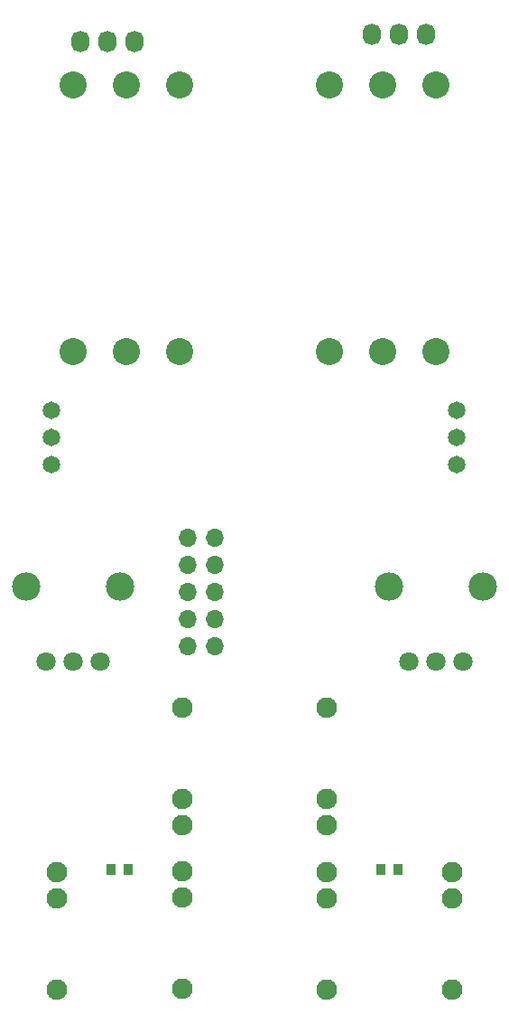
<source format=gbr>
G04 #@! TF.GenerationSoftware,KiCad,Pcbnew,(5.1.4-0-10_14)*
G04 #@! TF.CreationDate,2019-08-29T11:55:18-07:00*
G04 #@! TF.ProjectId,pcb-dualdrum-dev1,7063622d-6475-4616-9c64-72756d2d6465,rev?*
G04 #@! TF.SameCoordinates,Original*
G04 #@! TF.FileFunction,Soldermask,Bot*
G04 #@! TF.FilePolarity,Negative*
%FSLAX46Y46*%
G04 Gerber Fmt 4.6, Leading zero omitted, Abs format (unit mm)*
G04 Created by KiCad (PCBNEW (5.1.4-0-10_14)) date 2019-08-29 11:55:18*
%MOMM*%
%LPD*%
G04 APERTURE LIST*
%ADD10O,1.700000X1.700000*%
%ADD11O,1.727200X2.032000*%
%ADD12C,1.651000*%
%ADD13C,1.803400*%
%ADD14C,2.667000*%
%ADD15C,2.540000*%
%ADD16C,1.930400*%
%ADD17R,0.820000X1.000000*%
G04 APERTURE END LIST*
D10*
X17758180Y44592700D03*
X20298180Y44592700D03*
X17758180Y42052700D03*
X20298180Y42052700D03*
X17758180Y39512700D03*
X20298180Y39512700D03*
X17758180Y36972700D03*
X20298180Y36972700D03*
X17758180Y34432700D03*
X20298180Y34432700D03*
D11*
X12796580Y91095500D03*
X10256580Y91095500D03*
X7716580Y91095500D03*
X40081180Y91715660D03*
X37541180Y91715660D03*
X35001180Y91715660D03*
D12*
X5005080Y56540000D03*
X5005080Y54000000D03*
X5005080Y51460000D03*
X43005080Y56540000D03*
X43005080Y54000000D03*
X43005080Y51460000D03*
D13*
X4464917Y32987757D03*
X7004917Y32987757D03*
X9544917Y32987757D03*
D14*
X11399117Y39998157D03*
X2610717Y39998157D03*
D15*
X7005080Y62046000D03*
X12005080Y62046000D03*
X17005080Y62046000D03*
X7005080Y87046000D03*
X12005080Y87046000D03*
X17005080Y87046000D03*
D13*
X38464917Y32987757D03*
X41004917Y32987757D03*
X43544917Y32987757D03*
D14*
X45399117Y39998157D03*
X36610717Y39998157D03*
D15*
X31005080Y62046000D03*
X36005080Y62046000D03*
X41005080Y62046000D03*
D16*
X17255080Y20097200D03*
X17255080Y17684200D03*
X17255080Y28657000D03*
X30755080Y20097200D03*
X30755080Y17684200D03*
X30755080Y28657000D03*
X17255080Y10902800D03*
X17255080Y13315800D03*
X17255080Y2343000D03*
X30755080Y10852800D03*
X30755080Y13265800D03*
X30755080Y2293000D03*
D17*
X10555080Y13500000D03*
X12155080Y13500000D03*
X35855080Y13500000D03*
X37455080Y13500000D03*
D15*
X31005080Y87046000D03*
X36005080Y87046000D03*
X41005080Y87046000D03*
D16*
X5455080Y10852800D03*
X5455080Y13265800D03*
X5455080Y2293000D03*
X42555080Y10852800D03*
X42555080Y13265800D03*
X42555080Y2293000D03*
M02*

</source>
